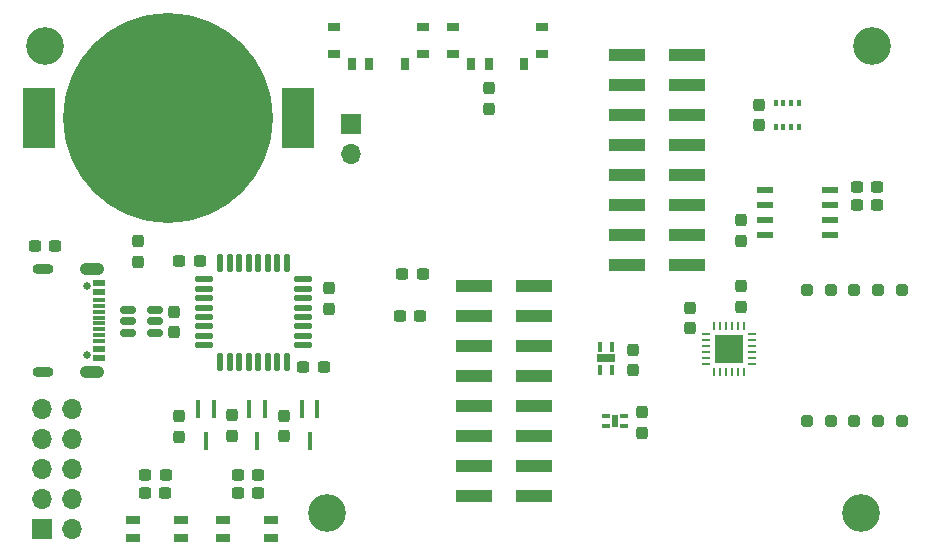
<source format=gbr>
%TF.GenerationSoftware,KiCad,Pcbnew,7.0.2*%
%TF.CreationDate,2023-06-14T22:37:39-04:00*%
%TF.ProjectId,WeatherPill,57656174-6865-4725-9069-6c6c2e6b6963,rev?*%
%TF.SameCoordinates,Original*%
%TF.FileFunction,Soldermask,Top*%
%TF.FilePolarity,Negative*%
%FSLAX46Y46*%
G04 Gerber Fmt 4.6, Leading zero omitted, Abs format (unit mm)*
G04 Created by KiCad (PCBNEW 7.0.2) date 2023-06-14 22:37:39*
%MOMM*%
%LPD*%
G01*
G04 APERTURE LIST*
G04 Aperture macros list*
%AMRoundRect*
0 Rectangle with rounded corners*
0 $1 Rounding radius*
0 $2 $3 $4 $5 $6 $7 $8 $9 X,Y pos of 4 corners*
0 Add a 4 corners polygon primitive as box body*
4,1,4,$2,$3,$4,$5,$6,$7,$8,$9,$2,$3,0*
0 Add four circle primitives for the rounded corners*
1,1,$1+$1,$2,$3*
1,1,$1+$1,$4,$5*
1,1,$1+$1,$6,$7*
1,1,$1+$1,$8,$9*
0 Add four rect primitives between the rounded corners*
20,1,$1+$1,$2,$3,$4,$5,0*
20,1,$1+$1,$4,$5,$6,$7,0*
20,1,$1+$1,$6,$7,$8,$9,0*
20,1,$1+$1,$8,$9,$2,$3,0*%
G04 Aperture macros list end*
%ADD10O,1.700000X1.700000*%
%ADD11R,1.700000X1.700000*%
%ADD12RoundRect,0.150000X-0.512500X-0.150000X0.512500X-0.150000X0.512500X0.150000X-0.512500X0.150000X0*%
%ADD13RoundRect,0.237500X0.300000X0.237500X-0.300000X0.237500X-0.300000X-0.237500X0.300000X-0.237500X0*%
%ADD14RoundRect,0.237500X0.237500X-0.300000X0.237500X0.300000X-0.237500X0.300000X-0.237500X-0.300000X0*%
%ADD15RoundRect,0.237500X-0.237500X0.300000X-0.237500X-0.300000X0.237500X-0.300000X0.237500X0.300000X0*%
%ADD16R,3.150000X1.000000*%
%ADD17R,1.460500X0.558800*%
%ADD18RoundRect,0.125000X0.625000X0.125000X-0.625000X0.125000X-0.625000X-0.125000X0.625000X-0.125000X0*%
%ADD19RoundRect,0.125000X0.125000X0.625000X-0.125000X0.625000X-0.125000X-0.625000X0.125000X-0.625000X0*%
%ADD20R,1.600000X0.700000*%
%ADD21RoundRect,0.014000X-0.161000X0.361000X-0.161000X-0.361000X0.161000X-0.361000X0.161000X0.361000X0*%
%ADD22RoundRect,0.237500X-0.300000X-0.237500X0.300000X-0.237500X0.300000X0.237500X-0.300000X0.237500X0*%
%ADD23R,1.244600X0.660400*%
%ADD24C,3.200000*%
%ADD25R,2.790000X5.080000*%
%ADD26C,17.780000*%
%ADD27R,2.387600X2.387600*%
%ADD28R,0.203200X0.711200*%
%ADD29R,0.711200X0.203200*%
%ADD30R,0.350000X0.500000*%
%ADD31R,0.450000X1.500000*%
%ADD32R,0.711200X0.304800*%
%ADD33R,0.508000X1.092200*%
%ADD34RoundRect,0.250000X-0.250000X-0.250000X0.250000X-0.250000X0.250000X0.250000X-0.250000X0.250000X0*%
%ADD35O,1.800000X0.900000*%
%ADD36O,2.100000X1.050000*%
%ADD37R,1.140000X0.300000*%
%ADD38R,1.140000X0.600000*%
%ADD39C,0.650000*%
%ADD40R,1.000000X0.800000*%
%ADD41R,0.700000X1.100000*%
G04 APERTURE END LIST*
D10*
%TO.C,J1*%
X55118000Y-164592000D03*
X52578000Y-164592000D03*
X55118000Y-167132000D03*
X52578000Y-167132000D03*
X55118000Y-169672000D03*
X52578000Y-169672000D03*
X55118000Y-172212000D03*
X52578000Y-172212000D03*
X55118000Y-174752000D03*
D11*
X52578000Y-174752000D03*
%TD*%
D12*
%TO.C,U5*%
X59833000Y-156210000D03*
X59833000Y-157160000D03*
X59833000Y-158110000D03*
X62108000Y-158110000D03*
X62108000Y-157160000D03*
X62108000Y-156210000D03*
%TD*%
D13*
%TO.C,C7*%
X123290500Y-145796000D03*
X121565500Y-145796000D03*
%TD*%
D14*
%TO.C,R9*%
X64150000Y-166938000D03*
X64150000Y-165213000D03*
%TD*%
D15*
%TO.C,C6*%
X113284000Y-138837500D03*
X113284000Y-140562500D03*
%TD*%
D16*
%TO.C,J4*%
X94204000Y-171958000D03*
X89154000Y-171958000D03*
X94204000Y-169418000D03*
X89154000Y-169418000D03*
X94204000Y-166878000D03*
X89154000Y-166878000D03*
X94204000Y-164338000D03*
X89154000Y-164338000D03*
X94204000Y-161798000D03*
X89154000Y-161798000D03*
X94204000Y-159258000D03*
X89154000Y-159258000D03*
X94204000Y-156718000D03*
X89154000Y-156718000D03*
X94204000Y-154178000D03*
X89154000Y-154178000D03*
%TD*%
D14*
%TO.C,R10*%
X60706000Y-152119500D03*
X60706000Y-150394500D03*
%TD*%
D13*
%TO.C,R13*%
X53668000Y-150749000D03*
X51943000Y-150749000D03*
%TD*%
D17*
%TO.C,U4*%
X113792000Y-146050000D03*
X113792000Y-147320000D03*
X113792000Y-148590000D03*
X113792000Y-149860000D03*
X119240300Y-149860000D03*
X119240300Y-148590000D03*
X119240300Y-147320000D03*
X119240300Y-146050000D03*
%TD*%
D18*
%TO.C,U1*%
X74644000Y-159194000D03*
X74644000Y-158394000D03*
X74644000Y-157594000D03*
X74644000Y-156794000D03*
X74644000Y-155994000D03*
X74644000Y-155194000D03*
X74644000Y-154394000D03*
X74644000Y-153594000D03*
D19*
X73269000Y-152219000D03*
X72469000Y-152219000D03*
X71669000Y-152219000D03*
X70869000Y-152219000D03*
X70069000Y-152219000D03*
X69269000Y-152219000D03*
X68469000Y-152219000D03*
X67669000Y-152219000D03*
D18*
X66294000Y-153594000D03*
X66294000Y-154394000D03*
X66294000Y-155194000D03*
X66294000Y-155994000D03*
X66294000Y-156794000D03*
X66294000Y-157594000D03*
X66294000Y-158394000D03*
X66294000Y-159194000D03*
D19*
X67669000Y-160569000D03*
X68469000Y-160569000D03*
X69269000Y-160569000D03*
X70069000Y-160569000D03*
X70869000Y-160569000D03*
X71669000Y-160569000D03*
X72469000Y-160569000D03*
X73269000Y-160569000D03*
%TD*%
D20*
%TO.C,U14*%
X100330000Y-160274000D03*
D21*
X100830000Y-161244000D03*
X99830000Y-161244000D03*
X99830000Y-159304000D03*
X100830000Y-159304000D03*
%TD*%
D22*
%TO.C,R12*%
X121565500Y-147320000D03*
X123290500Y-147320000D03*
%TD*%
D16*
%TO.C,J2*%
X107158000Y-152400000D03*
X102108000Y-152400000D03*
X107158000Y-149860000D03*
X102108000Y-149860000D03*
X107158000Y-147320000D03*
X102108000Y-147320000D03*
X107158000Y-144780000D03*
X102108000Y-144780000D03*
X107158000Y-142240000D03*
X102108000Y-142240000D03*
X107158000Y-139700000D03*
X102108000Y-139700000D03*
X107158000Y-137160000D03*
X102108000Y-137160000D03*
X107158000Y-134620000D03*
X102108000Y-134620000D03*
%TD*%
D13*
%TO.C,R3*%
X84582000Y-156718000D03*
X82857000Y-156718000D03*
%TD*%
D23*
%TO.C,SW1*%
X67871000Y-173990000D03*
X71935000Y-173990000D03*
X67871000Y-175470002D03*
X71935000Y-175470002D03*
%TD*%
D24*
%TO.C,H2*%
X121920000Y-173358000D03*
%TD*%
D11*
%TO.C,J5*%
X78740000Y-140462000D03*
D10*
X78740000Y-143002000D03*
%TD*%
D25*
%TO.C,BT1*%
X52273710Y-139954000D03*
X74243710Y-139954000D03*
D26*
X63258710Y-139954000D03*
%TD*%
D22*
%TO.C,R1*%
X61320000Y-170180000D03*
X63045000Y-170180000D03*
%TD*%
D15*
%TO.C,C4*%
X103378000Y-164846000D03*
X103378000Y-166571000D03*
%TD*%
D24*
%TO.C,H4*%
X52832000Y-133858000D03*
%TD*%
D27*
%TO.C,U13*%
X110744000Y-159512000D03*
D28*
X109474000Y-157568900D03*
X109982000Y-157568900D03*
X110490000Y-157568900D03*
X110998000Y-157568900D03*
X111506000Y-157568900D03*
X112014000Y-157568900D03*
D29*
X112687100Y-158242000D03*
X112687100Y-158750000D03*
X112687100Y-159258000D03*
X112687100Y-159766000D03*
X112687100Y-160274000D03*
X112687100Y-160782000D03*
D28*
X112014000Y-161455100D03*
X111506000Y-161455100D03*
X110998000Y-161455100D03*
X110490000Y-161455100D03*
X109982000Y-161455100D03*
X109474000Y-161455100D03*
D29*
X108800900Y-160782000D03*
X108800900Y-160274000D03*
X108800900Y-159766000D03*
X108800900Y-159258000D03*
X108800900Y-158750000D03*
X108800900Y-158242000D03*
%TD*%
D30*
%TO.C,U3*%
X114666000Y-138684000D03*
X115316000Y-138684000D03*
X115966000Y-138684000D03*
X116616000Y-138684000D03*
X116616000Y-140734000D03*
X115966000Y-140734000D03*
X115316000Y-140734000D03*
X114666000Y-140734000D03*
%TD*%
D24*
%TO.C,H1*%
X76708000Y-173358000D03*
%TD*%
%TO.C,H3*%
X122832000Y-133858000D03*
%TD*%
D31*
%TO.C,Q1*%
X75864000Y-164592000D03*
X74564000Y-164592000D03*
X75214000Y-167252000D03*
%TD*%
D22*
%TO.C,C10*%
X61267000Y-171704000D03*
X62992000Y-171704000D03*
%TD*%
D14*
%TO.C,R8*%
X68610000Y-166825000D03*
X68610000Y-165100000D03*
%TD*%
%TO.C,R5*%
X107442000Y-157734000D03*
X107442000Y-156009000D03*
%TD*%
D32*
%TO.C,U2*%
X101841300Y-165208001D03*
X101841300Y-166007999D03*
X100342700Y-166007999D03*
X100342700Y-165208001D03*
D33*
X101092000Y-165608000D03*
%TD*%
D14*
%TO.C,C8*%
X63754000Y-158088500D03*
X63754000Y-156363500D03*
%TD*%
%TO.C,C3*%
X76819000Y-156087000D03*
X76819000Y-154362000D03*
%TD*%
%TO.C,C11*%
X111760000Y-155903000D03*
X111760000Y-154178000D03*
%TD*%
D34*
%TO.C,L1*%
X117348000Y-165608000D03*
X119348000Y-165608000D03*
X121348000Y-165608000D03*
X123348000Y-165608000D03*
X125348000Y-165608000D03*
X125348000Y-154528000D03*
X123348000Y-154528000D03*
X121348000Y-154528000D03*
X119348000Y-154528000D03*
X117348000Y-154528000D03*
%TD*%
D35*
%TO.C,J3*%
X52654000Y-161407000D03*
X52654000Y-152767000D03*
D36*
X56834000Y-161407000D03*
X56834000Y-152767000D03*
D37*
X57404000Y-155337000D03*
X57404000Y-156337000D03*
X57404000Y-157837000D03*
X57404000Y-158837000D03*
D38*
X57404000Y-159487000D03*
X57404000Y-160287000D03*
D37*
X57404000Y-158337000D03*
X57404000Y-157337000D03*
X57404000Y-156837000D03*
X57404000Y-155837000D03*
D38*
X57404000Y-154687000D03*
X57404000Y-153887000D03*
D39*
X56334000Y-159977000D03*
X56334000Y-154197000D03*
%TD*%
D14*
%TO.C,R7*%
X73040000Y-166885000D03*
X73040000Y-165160000D03*
%TD*%
D31*
%TO.C,Q2*%
X71404000Y-164592000D03*
X70104000Y-164592000D03*
X70754000Y-167252000D03*
%TD*%
D14*
%TO.C,R11*%
X111760000Y-150315000D03*
X111760000Y-148590000D03*
%TD*%
D13*
%TO.C,C2*%
X76401000Y-161036000D03*
X74676000Y-161036000D03*
%TD*%
D40*
%TO.C,SW4*%
X77276000Y-132200000D03*
X77276000Y-134500000D03*
X84776000Y-132200000D03*
X84776000Y-134500000D03*
D41*
X83276000Y-135400000D03*
X80276000Y-135400000D03*
X78776000Y-135400000D03*
%TD*%
D14*
%TO.C,R6*%
X90424000Y-139139000D03*
X90424000Y-137414000D03*
%TD*%
D22*
%TO.C,C1*%
X64172000Y-152076000D03*
X65897000Y-152076000D03*
%TD*%
D23*
%TO.C,SW2*%
X60251000Y-174011999D03*
X64315000Y-174011999D03*
X60251000Y-175492001D03*
X64315000Y-175492001D03*
%TD*%
D22*
%TO.C,C13*%
X69141000Y-171704000D03*
X70866000Y-171704000D03*
%TD*%
D40*
%TO.C,SW3*%
X87376000Y-132207000D03*
X87376000Y-134507000D03*
X94876000Y-132207000D03*
X94876000Y-134507000D03*
D41*
X93376000Y-135407000D03*
X90376000Y-135407000D03*
X88876000Y-135407000D03*
%TD*%
D22*
%TO.C,R2*%
X69141000Y-170180000D03*
X70866000Y-170180000D03*
%TD*%
D13*
%TO.C,R4*%
X84783000Y-153162000D03*
X83058000Y-153162000D03*
%TD*%
D31*
%TO.C,Q3*%
X67086000Y-164592000D03*
X65786000Y-164592000D03*
X66436000Y-167252000D03*
%TD*%
D14*
%TO.C,C12*%
X102616000Y-161290000D03*
X102616000Y-159565000D03*
%TD*%
M02*

</source>
